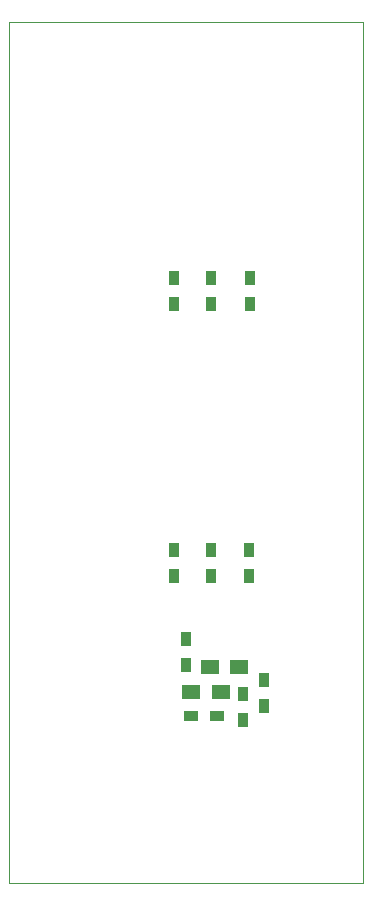
<source format=gtp>
G04 #@! TF.FileFunction,Paste,Top*
%FSLAX46Y46*%
G04 Gerber Fmt 4.6, Leading zero omitted, Abs format (unit mm)*
G04 Created by KiCad (PCBNEW 4.0.2+e4-6225~38~ubuntu14.04.1-stable) date Mon Aug  1 15:26:05 2016*
%MOMM*%
G01*
G04 APERTURE LIST*
%ADD10C,0.350000*%
%ADD11C,0.100000*%
%ADD12R,1.500000X1.250000*%
%ADD13R,0.900000X1.200000*%
%ADD14R,1.200000X0.900000*%
G04 APERTURE END LIST*
D10*
D11*
X50520600Y-22275800D02*
X20574000Y-22275800D01*
X50520600Y-95123000D02*
X50520600Y-22275800D01*
X20574000Y-95123000D02*
X50520600Y-95123000D01*
X20574000Y-22273033D02*
X20574000Y-95123070D01*
D12*
X37520560Y-76840080D03*
X40020560Y-76840080D03*
D13*
X35532060Y-76670080D03*
X35532060Y-74470080D03*
X42164000Y-77978000D03*
X42164000Y-80178000D03*
D12*
X38455920Y-78994000D03*
X35955920Y-78994000D03*
D14*
X35978920Y-81026000D03*
X38178920Y-81026000D03*
D13*
X40380920Y-79100500D03*
X40380920Y-81300500D03*
X34493200Y-69105960D03*
X34493200Y-66905960D03*
X37668200Y-69105960D03*
X37668200Y-66905960D03*
X40843200Y-69105960D03*
X40843200Y-66905960D03*
X34493200Y-43918960D03*
X34493200Y-46118960D03*
X37668200Y-43918960D03*
X37668200Y-46118960D03*
X40970200Y-43918960D03*
X40970200Y-46118960D03*
M02*

</source>
